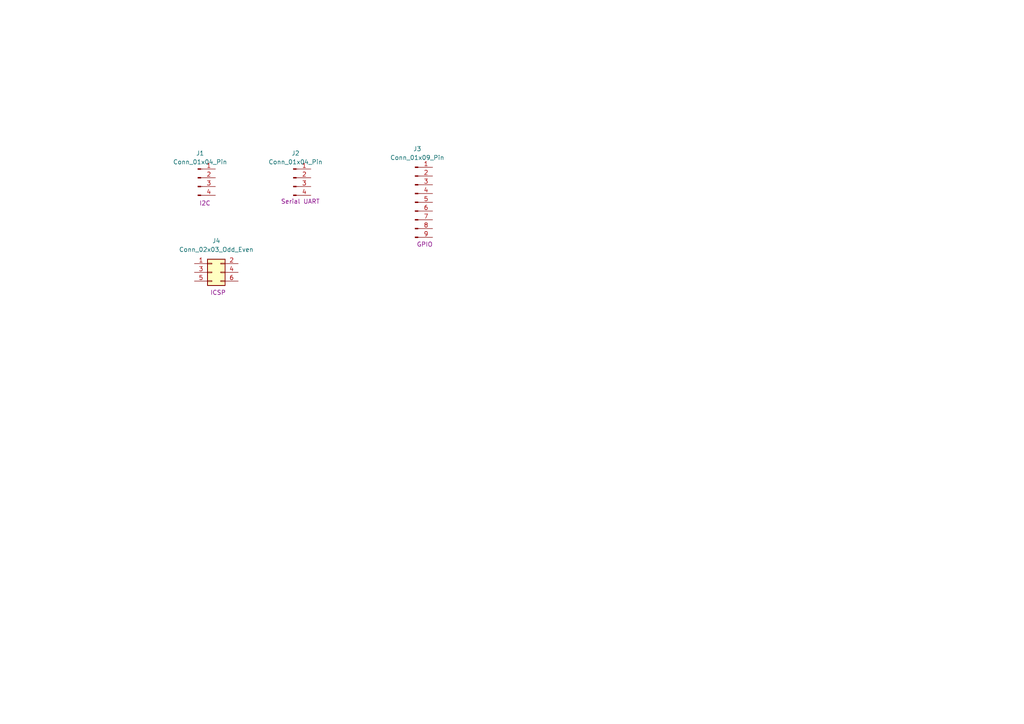
<source format=kicad_sch>
(kicad_sch (version 20231120) (generator "eeschema") (generator_version "8.0")
  (paper "A4")
  (lib_symbols
    (symbol "Connector:Conn_01x04_Pin" (pin_names (offset 1.016) hide)
      (property "Reference" "J" (at 0 5.08 0))
      (property "Value" "Conn_01x04_Pin" (at 0 -7.62 0))
      (symbol "Conn_01x04_Pin_1_1"
        (polyline (pts (xy 1.27 -5.08) (xy 0.8636 -5.08)) (stroke (width 0.1524)))
        (polyline (pts (xy 1.27 -2.54) (xy 0.8636 -2.54)) (stroke (width 0.1524)))
        (polyline (pts (xy 1.27 0) (xy 0.8636 0)) (stroke (width 0.1524)))
        (polyline (pts (xy 1.27 2.54) (xy 0.8636 2.54)) (stroke (width 0.1524)))
        (rectangle (start 0.8636 -4.953) (end 0 -5.207) (stroke (width 0.1524)) (fill (type outline)))
        (rectangle (start 0.8636 -2.413) (end 0 -2.667) (stroke (width 0.1524)) (fill (type outline)))
        (rectangle (start 0.8636 0.127) (end 0 -0.127) (stroke (width 0.1524)) (fill (type outline)))
        (rectangle (start 0.8636 2.667) (end 0 2.413) (stroke (width 0.1524)) (fill (type outline)))
        (pin passive line (at 5.08 2.54 180) (length 3.81) (name "Pin_1") (number "1"))
        (pin passive line (at 5.08 0 180) (length 3.81) (name "Pin_2") (number "2"))
        (pin passive line (at 5.08 -2.54 180) (length 3.81) (name "Pin_3") (number "3"))
        (pin passive line (at 5.08 -5.08 180) (length 3.81) (name "Pin_4") (number "4"))
      )
    )
    (symbol "Connector:Conn_01x09_Pin" (pin_names (offset 1.016) hide)
      (property "Reference" "J" (at 0 12.7 0))
      (property "Value" "Conn_01x09_Pin" (at 0 -12.7 0))
      (symbol "Conn_01x09_Pin_1_1"
        (polyline (pts (xy 1.27 -10.16) (xy 0.8636 -10.16)) (stroke (width 0.1524)))
        (polyline (pts (xy 1.27 -7.62) (xy 0.8636 -7.62)) (stroke (width 0.1524)))
        (polyline (pts (xy 1.27 -5.08) (xy 0.8636 -5.08)) (stroke (width 0.1524)))
        (polyline (pts (xy 1.27 -2.54) (xy 0.8636 -2.54)) (stroke (width 0.1524)))
        (polyline (pts (xy 1.27 0) (xy 0.8636 0)) (stroke (width 0.1524)))
        (polyline (pts (xy 1.27 2.54) (xy 0.8636 2.54)) (stroke (width 0.1524)))
        (polyline (pts (xy 1.27 5.08) (xy 0.8636 5.08)) (stroke (width 0.1524)))
        (polyline (pts (xy 1.27 7.62) (xy 0.8636 7.62)) (stroke (width 0.1524)))
        (polyline (pts (xy 1.27 10.16) (xy 0.8636 10.16)) (stroke (width 0.1524)))
        (rectangle (start 0.8636 -10.033) (end 0 -10.287) (stroke (width 0.1524)) (fill (type outline)))
        (rectangle (start 0.8636 -7.493) (end 0 -7.747) (stroke (width 0.1524)) (fill (type outline)))
        (rectangle (start 0.8636 -4.953) (end 0 -5.207) (stroke (width 0.1524)) (fill (type outline)))
        (rectangle (start 0.8636 -2.413) (end 0 -2.667) (stroke (width 0.1524)) (fill (type outline)))
        (rectangle (start 0.8636 0.127) (end 0 -0.127) (stroke (width 0.1524)) (fill (type outline)))
        (rectangle (start 0.8636 2.667) (end 0 2.413) (stroke (width 0.1524)) (fill (type outline)))
        (rectangle (start 0.8636 5.207) (end 0 4.953) (stroke (width 0.1524)) (fill (type outline)))
        (rectangle (start 0.8636 7.747) (end 0 7.493) (stroke (width 0.1524)) (fill (type outline)))
        (rectangle (start 0.8636 10.287) (end 0 10.033) (stroke (width 0.1524)) (fill (type outline)))
        (pin passive line (at 5.08 10.16 180) (length 3.81) (name "Pin_1") (number "1"))
        (pin passive line (at 5.08 7.62 180) (length 3.81) (name "Pin_2") (number "2"))
        (pin passive line (at 5.08 5.08 180) (length 3.81) (name "Pin_3") (number "3"))
        (pin passive line (at 5.08 2.54 180) (length 3.81) (name "Pin_4") (number "4"))
        (pin passive line (at 5.08 0 180) (length 3.81) (name "Pin_5") (number "5"))
        (pin passive line (at 5.08 -2.54 180) (length 3.81) (name "Pin_6") (number "6"))
        (pin passive line (at 5.08 -5.08 180) (length 3.81) (name "Pin_7") (number "7"))
        (pin passive line (at 5.08 -7.62 180) (length 3.81) (name "Pin_8") (number "8"))
        (pin passive line (at 5.08 -10.16 180) (length 3.81) (name "Pin_9") (number "9"))
      )
    )
    (symbol "Connector_Generic:Conn_02x03_Odd_Even" (pin_names (offset 1.016) hide)
      (property "Reference" "J" (at 1.27 5.08 0))
      (property "Value" "Conn_02x03_Odd_Even" (at 1.27 -5.08 0))
      (symbol "Conn_02x03_Odd_Even_1_1"
        (rectangle (start -1.27 -2.413) (end 0 -2.667) (stroke (width 0.1524)))
        (rectangle (start -1.27 0.127) (end 0 -0.127) (stroke (width 0.1524)))
        (rectangle (start -1.27 2.667) (end 0 2.413) (stroke (width 0.1524)))
        (rectangle (start -1.27 3.81) (end 3.81 -3.81) (stroke (width 0.254)) (fill (type background)))
        (rectangle (start 3.81 -2.413) (end 2.54 -2.667) (stroke (width 0.1524)))
        (rectangle (start 3.81 0.127) (end 2.54 -0.127) (stroke (width 0.1524)))
        (rectangle (start 3.81 2.667) (end 2.54 2.413) (stroke (width 0.1524)))
        (pin passive line (at -5.08 2.54 0) (length 3.81) (name "Pin_1") (number "1"))
        (pin passive line (at 7.62 2.54 180) (length 3.81) (name "Pin_2") (number "2"))
        (pin passive line (at -5.08 0 0) (length 3.81) (name "Pin_3") (number "3"))
        (pin passive line (at 7.62 0 180) (length 3.81) (name "Pin_4") (number "4"))
        (pin passive line (at -5.08 -2.54 0) (length 3.81) (name "Pin_5") (number "5"))
        (pin passive line (at 7.62 -2.54 180) (length 3.81) (name "Pin_6") (number "6"))
      )
    )
  )
  (symbol (lib_id "Connector:Conn_01x04_Pin") (at 85.09 51.562 0) (unit 1)
    (property "Reference" "J2" (at 85.725 44.45 0))
    (property "Value" "Conn_01x04_Pin" (at 85.725 46.99 0))
    (property "Footprint" "Connector_PinHeader_2.54mm:PinHeader_1x04_P2.54mm_Vertical" (effects (hide yes)))
    (property "Description" "Generic connector, single row, 01x04, script generated" (effects (hide yes)))
    (property "Purpose" "Serial UART" (at 87.122 58.42 0))
  )
  (symbol (lib_id "Connector:Conn_01x04_Pin") (at 57.404 51.562 0) (unit 1)
    (property "Reference" "J1" (at 58.039 44.45 0))
    (property "Value" "Conn_01x04_Pin" (at 58.039 46.99 0))
    (property "Footprint" "Connector_PinHeader_2.54mm:PinHeader_1x04_P2.54mm_Vertical" (effects (hide yes)))
    (property "Description" "Generic connector, single row, 01x04, script generated" (effects (hide yes)))
    (property "Purpose" "I2C" (at 59.436 58.928 0))
  )
  (symbol (lib_id "Connector:Conn_01x09_Pin") (at 120.396 58.674 0) (unit 1)
    (property "Reference" "J3" (at 121.031 43.18 0))
    (property "Value" "Conn_01x09_Pin" (at 121.031 45.72 0))
    (property "Footprint" "Connector_PinHeader_2.54mm:PinHeader_1x09_P2.54mm_Vertical" (effects (hide yes)))
    (property "Description" "Generic connector, single row, 01x09, script generated" (effects (hide yes)))
    (property "Purpose" "GPIO" (at 123.19 70.866 0))
  )
  (symbol (lib_id "Connector_Generic:Conn_02x03_Odd_Even") (at 61.468 78.994 0) (unit 1)
    (property "Reference" "J4" (at 62.738 69.85 0))
    (property "Value" "Conn_02x03_Odd_Even" (at 62.738 72.39 0))
    (property "Footprint" "Connector_PinHeader_2.54mm:PinHeader_2x03_P2.54mm_Vertical" (effects (hide yes)))
    (property "Description" "Generic connector, double row, 02x03, odd/even pin numbering scheme (row 1 odd numbers, row 2 even numbers), script generated (kicad-library-utils/schlib/autogen/connector/)" (effects (hide yes)))
    (property "Purpose" "ICSP" (at 63.246 84.836 0))
  )
)
</source>
